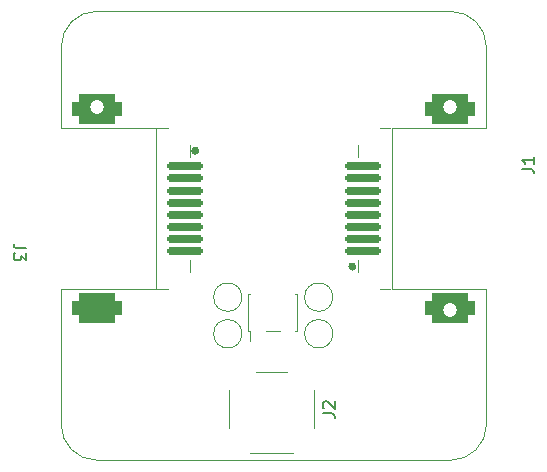
<source format=gto>
G04 #@! TF.GenerationSoftware,KiCad,Pcbnew,6.0.11*
G04 #@! TF.CreationDate,2023-02-26T14:58:43+01:00*
G04 #@! TF.ProjectId,patchloop2,70617463-686c-46f6-9f70-322e6b696361,1*
G04 #@! TF.SameCoordinates,PX5f5e100PY5d81fd0*
G04 #@! TF.FileFunction,Legend,Top*
G04 #@! TF.FilePolarity,Positive*
%FSLAX46Y46*%
G04 Gerber Fmt 4.6, Leading zero omitted, Abs format (unit mm)*
G04 Created by KiCad (PCBNEW 6.0.11) date 2023-02-26 14:58:43*
%MOMM*%
%LPD*%
G01*
G04 APERTURE LIST*
G04 Aperture macros list*
%AMRoundRect*
0 Rectangle with rounded corners*
0 $1 Rounding radius*
0 $2 $3 $4 $5 $6 $7 $8 $9 X,Y pos of 4 corners*
0 Add a 4 corners polygon primitive as box body*
4,1,4,$2,$3,$4,$5,$6,$7,$8,$9,$2,$3,0*
0 Add four circle primitives for the rounded corners*
1,1,$1+$1,$2,$3*
1,1,$1+$1,$4,$5*
1,1,$1+$1,$6,$7*
1,1,$1+$1,$8,$9*
0 Add four rect primitives between the rounded corners*
20,1,$1+$1,$2,$3,$4,$5,0*
20,1,$1+$1,$4,$5,$6,$7,0*
20,1,$1+$1,$6,$7,$8,$9,0*
20,1,$1+$1,$8,$9,$2,$3,0*%
G04 Aperture macros list end*
G04 #@! TA.AperFunction,Profile*
%ADD10C,0.100000*%
G04 #@! TD*
%ADD11C,0.150000*%
%ADD12C,0.120000*%
%ADD13C,0.360000*%
%ADD14C,2.000000*%
%ADD15RoundRect,0.175000X1.325000X-0.175000X1.325000X0.175000X-1.325000X0.175000X-1.325000X-0.175000X0*%
%ADD16RoundRect,0.625000X1.525000X-0.625000X1.525000X0.625000X-1.525000X0.625000X-1.525000X-0.625000X0*%
%ADD17C,1.200000*%
%ADD18RoundRect,0.175000X-1.325000X0.175000X-1.325000X-0.175000X1.325000X-0.175000X1.325000X0.175000X0*%
%ADD19RoundRect,0.625000X-1.525000X0.625000X-1.525000X-0.625000X1.525000X-0.625000X1.525000X0.625000X0*%
%ADD20C,2.250000*%
%ADD21C,5.600000*%
%ADD22R,0.760000X1.400000*%
G04 APERTURE END LIST*
D10*
X0Y3050000D02*
G75*
G03*
X3000000Y50000I3000000J0D01*
G01*
X33000000Y50000D02*
G75*
G03*
X36000000Y3050000I0J3000000D01*
G01*
X36000000Y35050000D02*
G75*
G03*
X33000000Y38050000I-3000000J0D01*
G01*
X36000000Y28150000D02*
X28000000Y28150000D01*
X36000000Y14550000D02*
X36000000Y3050000D01*
X28000000Y28150000D02*
X28000000Y14550000D01*
X3000000Y38050000D02*
X33000000Y38050000D01*
X3000000Y38050000D02*
G75*
G03*
X0Y35050000I0J-3000000D01*
G01*
X0Y28150000D02*
X8000000Y28150000D01*
X0Y14550000D02*
X0Y3050000D01*
X36000000Y35050000D02*
X36000000Y28150000D01*
X8000000Y14550000D02*
X0Y14550000D01*
X8000000Y28150000D02*
X8000000Y14550000D01*
X28000000Y14550000D02*
X36000000Y14550000D01*
X3000000Y50000D02*
X33000000Y50000D01*
X0Y35050000D02*
X0Y28150000D01*
D11*
X39002380Y24716667D02*
X39716666Y24716667D01*
X39859523Y24669048D01*
X39954761Y24573810D01*
X40002380Y24430953D01*
X40002380Y24335715D01*
X40002380Y25716667D02*
X40002380Y25145239D01*
X40002380Y25430953D02*
X39002380Y25430953D01*
X39145238Y25335715D01*
X39240476Y25240477D01*
X39288095Y25145239D01*
X-3002381Y17983334D02*
X-3716667Y17983334D01*
X-3859524Y18030953D01*
X-3954762Y18126191D01*
X-4002381Y18269048D01*
X-4002381Y18364286D01*
X-3002381Y17602381D02*
X-3002381Y16983334D01*
X-3383334Y17316667D01*
X-3383334Y17173810D01*
X-3430953Y17078572D01*
X-3478572Y17030953D01*
X-3573810Y16983334D01*
X-3811905Y16983334D01*
X-3907143Y17030953D01*
X-3954762Y17078572D01*
X-4002381Y17173810D01*
X-4002381Y17459524D01*
X-3954762Y17554762D01*
X-3907143Y17602381D01*
X22152380Y4016667D02*
X22866666Y4016667D01*
X23009523Y3969048D01*
X23104761Y3873810D01*
X23152380Y3730953D01*
X23152380Y3635715D01*
X22247619Y4445239D02*
X22200000Y4492858D01*
X22152380Y4588096D01*
X22152380Y4826191D01*
X22200000Y4921429D01*
X22247619Y4969048D01*
X22342857Y5016667D01*
X22438095Y5016667D01*
X22580952Y4969048D01*
X23152380Y4397620D01*
X23152380Y5016667D01*
D12*
X27850000Y14550000D02*
X26950000Y14550000D01*
X25100000Y26750000D02*
X25100000Y25700000D01*
X25100000Y15950000D02*
X25100000Y17000000D01*
X27850000Y28150000D02*
X26950000Y28150000D01*
D13*
X24830000Y16450000D02*
G75*
G03*
X24830000Y16450000I-180000J0D01*
G01*
D12*
X8150000Y28150000D02*
X9050000Y28150000D01*
X8150000Y14550000D02*
X9050000Y14550000D01*
X10900000Y26750000D02*
X10900000Y25700000D01*
X10900000Y15950000D02*
X10900000Y17000000D01*
D13*
X11530000Y26250000D02*
G75*
G03*
X11530000Y26250000I-180000J0D01*
G01*
D12*
X15300000Y13850000D02*
G75*
G03*
X15300000Y13850000I-1200000J0D01*
G01*
X21400000Y2750000D02*
X21400000Y5950000D01*
X19100000Y7550000D02*
X16500000Y7550000D01*
X19600000Y670000D02*
X16000000Y670000D01*
X14200000Y2750000D02*
X14200000Y5950000D01*
X23000000Y13850000D02*
G75*
G03*
X23000000Y13850000I-1200000J0D01*
G01*
X23000000Y10750000D02*
G75*
G03*
X23000000Y10750000I-1200000J0D01*
G01*
X20000000Y10950000D02*
X20000000Y14150000D01*
X16000000Y14150000D02*
X15800000Y14150000D01*
X20000000Y14150000D02*
X19800000Y14150000D01*
X19800000Y10950000D02*
X20000000Y10950000D01*
X15800000Y10950000D02*
X16000000Y10950000D01*
X17300000Y10950000D02*
X18500000Y10950000D01*
X16000000Y10950000D02*
X16000000Y10150000D01*
X15800000Y14150000D02*
X15800000Y10950000D01*
X15300000Y10750000D02*
G75*
G03*
X15300000Y10750000I-1200000J0D01*
G01*
%LPC*%
D14*
X26150000Y15380000D03*
X26150000Y27320000D03*
D15*
X25550000Y17780000D03*
X25550000Y18800000D03*
X25550000Y19820000D03*
X25550000Y20840000D03*
X25550000Y21860000D03*
X25550000Y22880000D03*
X25550000Y23900000D03*
X25550000Y24920000D03*
D16*
X32950000Y29800000D03*
D17*
X32950000Y29970000D03*
D16*
X32950000Y12900000D03*
D17*
X32950000Y12730000D03*
D14*
X9850000Y27320000D03*
X9850000Y15380000D03*
D18*
X10450000Y24920000D03*
X10450000Y23900000D03*
X10450000Y22880000D03*
X10450000Y21860000D03*
X10450000Y20840000D03*
X10450000Y19820000D03*
X10450000Y18800000D03*
X10450000Y17780000D03*
D17*
X3050000Y12730000D03*
D19*
X3050000Y12900000D03*
X3050000Y29800000D03*
D17*
X3050000Y29970000D03*
D14*
X14100000Y13850000D03*
D20*
X17800000Y4350000D03*
X15260000Y1810000D03*
X20340000Y6890000D03*
X15260000Y6890000D03*
X20340000Y1810000D03*
D14*
X21800000Y13850000D03*
D21*
X3000000Y35050000D03*
X33000000Y35050000D03*
D14*
X21800000Y10750000D03*
D22*
X16630000Y10835000D03*
X19170000Y10835000D03*
X19170000Y14265000D03*
X17900000Y14265000D03*
X16630000Y14265000D03*
D21*
X3000000Y3050000D03*
D14*
X14100000Y10750000D03*
D21*
X33000000Y3050000D03*
M02*

</source>
